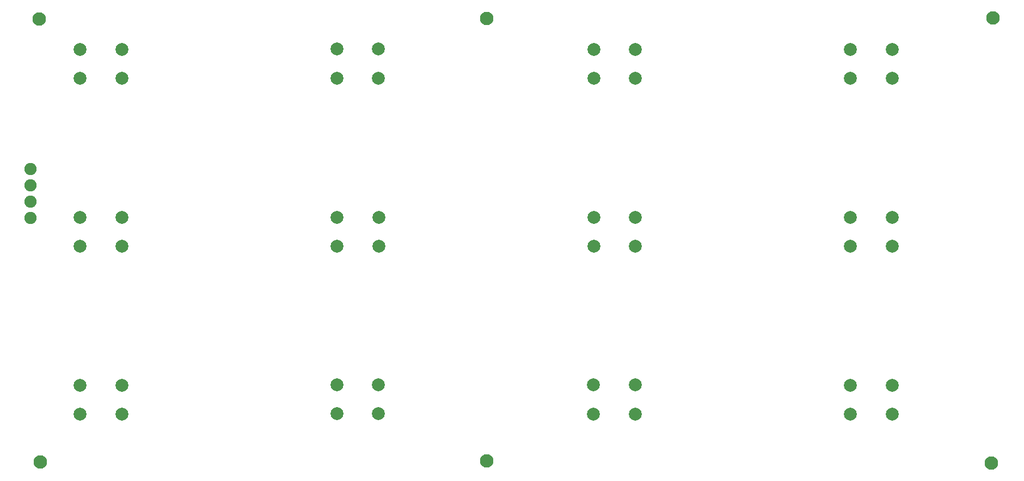
<source format=gbs>
%TF.GenerationSoftware,KiCad,Pcbnew,9.0.4-9.0.4-0~ubuntu24.04.1*%
%TF.CreationDate,2025-09-24T17:36:06+03:00*%
%TF.ProjectId,Nurse remote control,4e757273-6520-4726-956d-6f746520636f,rev?*%
%TF.SameCoordinates,Original*%
%TF.FileFunction,Soldermask,Bot*%
%TF.FilePolarity,Negative*%
%FSLAX46Y46*%
G04 Gerber Fmt 4.6, Leading zero omitted, Abs format (unit mm)*
G04 Created by KiCad (PCBNEW 9.0.4-9.0.4-0~ubuntu24.04.1) date 2025-09-24 17:36:06*
%MOMM*%
%LPD*%
G01*
G04 APERTURE LIST*
%ADD10C,2.000000*%
%ADD11C,2.100000*%
%ADD12C,1.905800*%
G04 APERTURE END LIST*
D10*
%TO.C,SW9*%
X86203000Y-97568000D03*
X92703000Y-97568000D03*
X86203000Y-102068000D03*
X92703000Y-102068000D03*
%TD*%
%TO.C,SW7*%
X166100000Y-71379000D03*
X172600000Y-71379000D03*
X166100000Y-75879000D03*
X172600000Y-75879000D03*
%TD*%
%TO.C,SW11*%
X166073000Y-97496000D03*
X172573000Y-97496000D03*
X166073000Y-101996000D03*
X172573000Y-101996000D03*
%TD*%
%TO.C,SW6*%
X126156000Y-71402000D03*
X132656000Y-71402000D03*
X126156000Y-75902000D03*
X132656000Y-75902000D03*
%TD*%
D11*
%TO.C,REF3*%
X149463000Y-40355000D03*
%TD*%
D10*
%TO.C,SW5*%
X86198000Y-71412000D03*
X92698000Y-71412000D03*
X86198000Y-75912000D03*
X92698000Y-75912000D03*
%TD*%
D11*
%TO.C,REF6*%
X227915000Y-109612000D03*
%TD*%
D10*
%TO.C,SW4*%
X206009000Y-45198000D03*
X212509000Y-45198000D03*
X206009000Y-49698000D03*
X212509000Y-49698000D03*
%TD*%
D12*
%TO.C,J1*%
X78500000Y-71500000D03*
X78500000Y-68960000D03*
X78500000Y-66420000D03*
X78500000Y-63880000D03*
%TD*%
D10*
%TO.C,SW1*%
X86198000Y-45225000D03*
X92698000Y-45225000D03*
X86198000Y-49725000D03*
X92698000Y-49725000D03*
%TD*%
D11*
%TO.C,REF1*%
X79831000Y-40473000D03*
%TD*%
D10*
%TO.C,SW10*%
X126125000Y-97484000D03*
X132625000Y-97484000D03*
X126125000Y-101984000D03*
X132625000Y-101984000D03*
%TD*%
D11*
%TO.C,REF5*%
X228194000Y-40310000D03*
%TD*%
%TO.C,REF2*%
X80000000Y-109500000D03*
%TD*%
D10*
%TO.C,SW2*%
X126133000Y-45172000D03*
X132633000Y-45172000D03*
X126133000Y-49672000D03*
X132633000Y-49672000D03*
%TD*%
%TO.C,SW8*%
X206005000Y-71380000D03*
X212505000Y-71380000D03*
X206005000Y-75880000D03*
X212505000Y-75880000D03*
%TD*%
%TO.C,SW12*%
X206004000Y-97514000D03*
X212504000Y-97514000D03*
X206004000Y-102014000D03*
X212504000Y-102014000D03*
%TD*%
%TO.C,SW3*%
X166087000Y-45199000D03*
X172587000Y-45199000D03*
X166087000Y-49699000D03*
X172587000Y-49699000D03*
%TD*%
D11*
%TO.C,REF4*%
X149463000Y-109329000D03*
%TD*%
M02*

</source>
